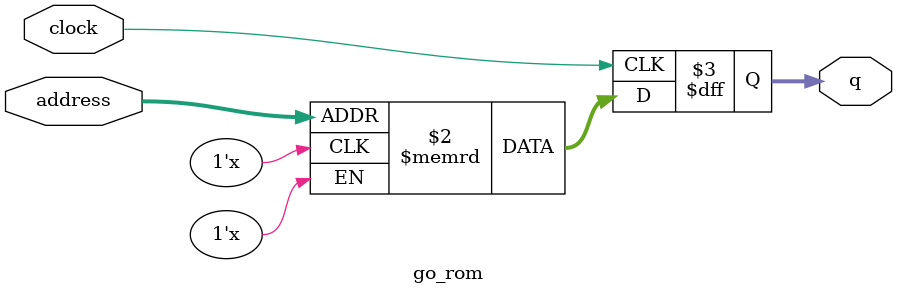
<source format=sv>
module go_rom (
	input logic clock,
	input logic [10:0] address,
	output logic [5:0] q
);

logic [5:0] memory [0:1199] /* synthesis ram_init_file = "./go/go.mif" */;

always_ff @ (posedge clock) begin
	q <= memory[address];
end

endmodule

</source>
